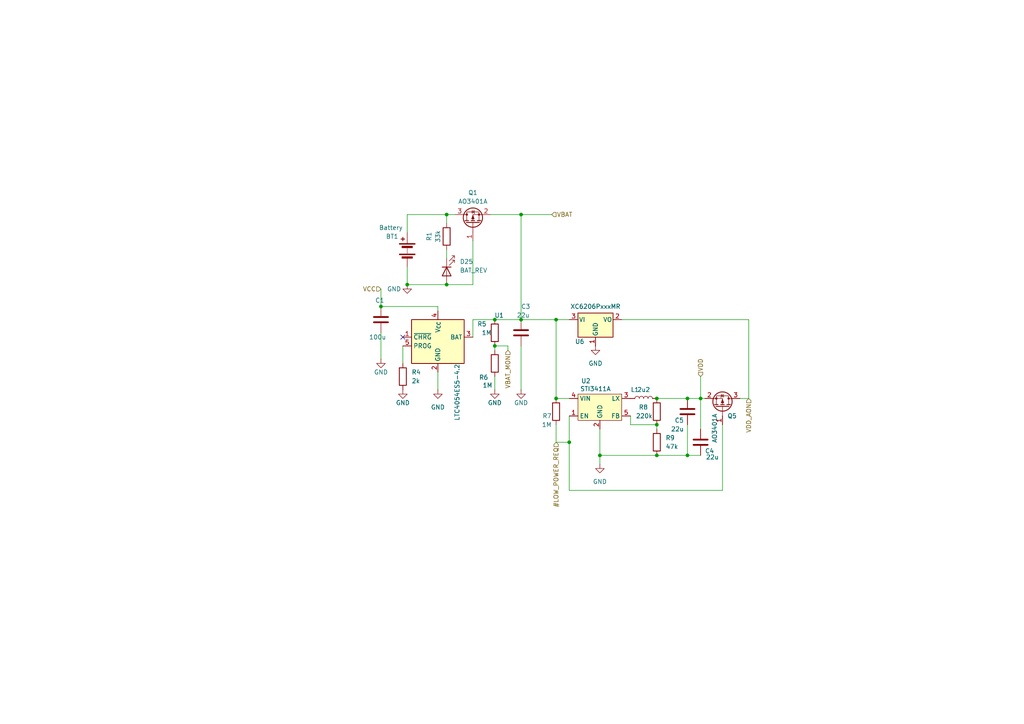
<source format=kicad_sch>
(kicad_sch (version 20231120) (generator "eeschema") (generator_version "8.0")
  (paper "A4")
  (title_block (title "Power systems"))
  (lib_symbols
    (symbol "Battery_Management:LTC4054ES5-4.2"
      (property "Reference" "U" (at -5.842 6.604 0))
      (property "Value" "LTC4054ES5-4.2" (at 1.524 6.604 0))
      (symbol "LTC4054ES5-4.2_0_1"
        (rectangle (start -7.62 5.08) (end 7.62 -7.62) (stroke (width 0.254)) (fill (type background)))
      )
      (symbol "LTC4054ES5-4.2_1_1"
        (pin open_collector line (at -10.16 0 0) (length 2.54) (name "~{CHRG}") (number "1"))
        (pin power_in line (at 0 -10.16 90) (length 2.54) (name "GND") (number "2"))
        (pin power_out line (at 10.16 0 180) (length 2.54) (name "BAT") (number "3"))
        (pin power_in line (at 0 7.62 270) (length 2.54) (name "V_{CC}") (number "4"))
        (pin bidirectional line (at -10.16 -2.54 0) (length 2.54) (name "PROG") (number "5"))
      )
    )
    (symbol "Device:Battery" (pin_numbers hide) (pin_names (offset 0) hide)
      (property "Reference" "BT" (at 2.54 2.54 0))
      (property "Value" "Battery" (at 2.54 0 0))
      (symbol "Battery_0_1"
        (rectangle (start -2.286 -1.27) (end 2.286 -1.524) (fill (type outline)))
        (rectangle (start -2.286 1.778) (end 2.286 1.524) (fill (type outline)))
        (rectangle (start -1.524 -2.032) (end 1.524 -2.54) (fill (type outline)))
        (rectangle (start -1.524 1.016) (end 1.524 0.508) (fill (type outline)))
        (polyline (pts (xy 0 -1.016) (xy 0 -0.762)))
        (polyline (pts (xy 0 -0.508) (xy 0 -0.254)))
        (polyline (pts (xy 0 0) (xy 0 0.254)))
        (polyline (pts (xy 0 1.778) (xy 0 2.54)))
        (polyline (pts (xy 0.762 3.048) (xy 1.778 3.048)) (stroke (width 0.254)))
        (polyline (pts (xy 1.27 3.556) (xy 1.27 2.54)) (stroke (width 0.254)))
      )
      (symbol "Battery_1_1"
        (pin passive line (at 0 5.08 270) (length 2.54) (name "+") (number "1"))
        (pin passive line (at 0 -5.08 90) (length 2.54) (name "-") (number "2"))
      )
    )
    (symbol "Device:C" (pin_numbers hide) (pin_names (offset 0.254))
      (property "Reference" "C" (at 0.635 2.54 0))
      (property "Value" "C" (at 0.635 -2.54 0))
      (symbol "C_0_1"
        (polyline (pts (xy -2.032 -0.762) (xy 2.032 -0.762)) (stroke (width 0.508)))
        (polyline (pts (xy -2.032 0.762) (xy 2.032 0.762)) (stroke (width 0.508)))
      )
      (symbol "C_1_1"
        (pin passive line (at 0 3.81 270) (length 2.794) (name "~") (number "1"))
        (pin passive line (at 0 -3.81 90) (length 2.794) (name "~") (number "2"))
      )
    )
    (symbol "Device:L" (pin_numbers hide) (pin_names (offset 1.016) hide)
      (property "Reference" "L" (at -1.27 0 90))
      (property "Value" "L" (at 1.905 0 90))
      (symbol "L_0_1"
        (arc (start 0 -2.54) (mid 0.6323 -1.905) (end 0 -1.27))
        (arc (start 0 -1.27) (mid 0.6323 -0.635) (end 0 0))
        (arc (start 0 0) (mid 0.6323 0.635) (end 0 1.27))
        (arc (start 0 1.27) (mid 0.6323 1.905) (end 0 2.54))
      )
      (symbol "L_1_1"
        (pin passive line (at 0 3.81 270) (length 1.27) (name "1") (number "1"))
        (pin passive line (at 0 -3.81 90) (length 1.27) (name "2") (number "2"))
      )
    )
    (symbol "Device:LED" (pin_numbers hide) (pin_names (offset 1.016) hide)
      (property "Reference" "D" (at 0 2.54 0))
      (property "Value" "LED" (at 0 -2.54 0))
      (symbol "LED_0_1"
        (polyline (pts (xy -1.27 -1.27) (xy -1.27 1.27)) (stroke (width 0.254)))
        (polyline (pts (xy -1.27 0) (xy 1.27 0)))
        (polyline (pts (xy 1.27 -1.27) (xy 1.27 1.27) (xy -1.27 0) (xy 1.27 -1.27)) (stroke (width 0.254)))
        (polyline (pts (xy -3.048 -0.762) (xy -4.572 -2.286) (xy -3.81 -2.286) (xy -4.572 -2.286) (xy -4.572 -1.524)))
        (polyline (pts (xy -1.778 -0.762) (xy -3.302 -2.286) (xy -2.54 -2.286) (xy -3.302 -2.286) (xy -3.302 -1.524)))
      )
      (symbol "LED_1_1"
        (pin passive line (at -3.81 0 0) (length 2.54) (name "K") (number "1"))
        (pin passive line (at 3.81 0 180) (length 2.54) (name "A") (number "2"))
      )
    )
    (symbol "Device:R" (pin_numbers hide) (pin_names (offset 0))
      (property "Reference" "R" (at 2.032 0 90))
      (property "Value" "R" (at 0 0 90))
      (symbol "R_0_1"
        (rectangle (start -1.016 -2.54) (end 1.016 2.54) (stroke (width 0.254)))
      )
      (symbol "R_1_1"
        (pin passive line (at 0 3.81 270) (length 1.27) (name "~") (number "1"))
        (pin passive line (at 0 -3.81 90) (length 1.27) (name "~") (number "2"))
      )
    )
    (symbol "Regulator_Linear:XC6206PxxxMR" (pin_names (offset 0.254))
      (property "Reference" "U" (at -3.81 3.175 0))
      (property "Value" "XC6206PxxxMR" (at 0 3.175 0))
      (symbol "XC6206PxxxMR_0_1"
        (rectangle (start -5.08 1.905) (end 5.08 -5.08) (stroke (width 0.254)) (fill (type background)))
      )
      (symbol "XC6206PxxxMR_1_1"
        (pin power_in line (at 0 -7.62 90) (length 2.54) (name "GND") (number "1"))
        (pin power_out line (at 7.62 0 180) (length 2.54) (name "VO") (number "2"))
        (pin power_in line (at -7.62 0 0) (length 2.54) (name "VI") (number "3"))
      )
    )
    (symbol "Transistor_FET:AO3401A" (pin_names hide)
      (property "Reference" "Q" (at 5.08 1.905 0))
      (property "Value" "AO3401A" (at 5.08 0 0))
      (symbol "AO3401A_0_1"
        (polyline (pts (xy 0.254 0) (xy -2.54 0)))
        (polyline (pts (xy 0.254 1.905) (xy 0.254 -1.905)) (stroke (width 0.254)))
        (polyline (pts (xy 0.762 -1.27) (xy 0.762 -2.286)) (stroke (width 0.254)))
        (polyline (pts (xy 0.762 0.508) (xy 0.762 -0.508)) (stroke (width 0.254)))
        (polyline (pts (xy 0.762 2.286) (xy 0.762 1.27)) (stroke (width 0.254)))
        (polyline (pts (xy 2.54 2.54) (xy 2.54 1.778)))
        (polyline (pts (xy 2.54 -2.54) (xy 2.54 0) (xy 0.762 0)))
        (polyline (pts (xy 0.762 1.778) (xy 3.302 1.778) (xy 3.302 -1.778) (xy 0.762 -1.778)))
        (polyline (pts (xy 2.286 0) (xy 1.27 0.381) (xy 1.27 -0.381) (xy 2.286 0)) (fill (type outline)))
        (polyline (pts (xy 2.794 -0.508) (xy 2.921 -0.381) (xy 3.683 -0.381) (xy 3.81 -0.254)))
        (polyline (pts (xy 3.302 -0.381) (xy 2.921 0.254) (xy 3.683 0.254) (xy 3.302 -0.381)))
        (circle (center 1.651 0) (radius 2.794) (stroke (width 0.254)))
        (circle (center 2.54 -1.778) (radius 0.254) (fill (type outline)))
        (circle (center 2.54 1.778) (radius 0.254) (fill (type outline)))
      )
      (symbol "AO3401A_1_1"
        (pin input line (at -5.08 0 0) (length 2.54) (name "G") (number "1"))
        (pin passive line (at 2.54 -5.08 90) (length 2.54) (name "S") (number "2"))
        (pin passive line (at 2.54 5.08 270) (length 2.54) (name "D") (number "3"))
      )
    )
    (symbol "custom:STI3411"
      (property "Reference" "U2" (at 2.286 3.81 0))
      (property "Value" "STI3411A" (at 5.08 1.524 0))
      (symbol "STI3411_1_1"
        (rectangle (start 0 0) (end 12.7 -7.62) (fill (type background)))
        (pin input line (at -2.54 -6.35 0) (length 2.54) (name "EN") (number "1"))
        (pin power_in line (at 6.35 -10.16 90) (length 2.54) (name "GND") (number "2"))
        (pin power_out line (at 15.24 -1.27 180) (length 2.54) (name "LX") (number "3"))
        (pin power_in line (at -2.54 -1.27 0) (length 2.54) (name "VIN") (number "4"))
        (pin input line (at 15.24 -6.35 180) (length 2.54) (name "FB") (number "5"))
      )
    )
    (symbol "power:GND" (power) (pin_numbers hide) (pin_names (offset 0) hide)
      (property "Value" "GND" (at 0 -3.81 0))
      (symbol "GND_0_1"
        (polyline (pts (xy 0 0) (xy 0 -1.27) (xy 1.27 -1.27) (xy 0 -2.54) (xy -1.27 -1.27) (xy 0 -1.27)))
      )
      (symbol "GND_1_1"
        (pin power_in line (at 0 0 270) (length 0) (name "~") (number "1"))
      )
    )
  )
  (junction (at 203.2 115.57))
  (junction (at 165.1 128.27))
  (junction (at 129.54 82.55))
  (junction (at 173.99 132.08))
  (junction (at 190.5 115.57))
  (junction (at 199.39 115.57))
  (junction (at 151.13 62.23))
  (junction (at 151.13 92.71))
  (junction (at 190.5 123.19))
  (junction (at 161.29 92.71))
  (junction (at 110.49 88.9))
  (junction (at 129.54 62.23))
  (junction (at 143.51 100.33))
  (junction (at 199.39 132.08))
  (junction (at 161.29 115.57))
  (junction (at 143.51 92.71))
  (junction (at 118.11 82.55))
  (junction (at 190.5 132.08))
  (no_connect (at 116.84 97.79))
  (wire (pts (xy 116.84 105.41) (xy 116.84 100.33)))
  (wire (pts (xy 182.88 120.65) (xy 182.88 123.19)))
  (wire (pts (xy 209.55 142.24) (xy 209.55 123.19)))
  (wire (pts (xy 129.54 62.23) (xy 118.11 62.23)))
  (wire (pts (xy 217.17 92.71) (xy 217.17 115.57)))
  (wire (pts (xy 173.99 132.08) (xy 190.5 132.08)))
  (wire (pts (xy 151.13 62.23) (xy 151.13 92.71)))
  (wire (pts (xy 110.49 83.82) (xy 110.49 88.9)))
  (wire (pts (xy 129.54 64.77) (xy 129.54 62.23)))
  (wire (pts (xy 190.5 123.19) (xy 190.5 124.46)))
  (wire (pts (xy 132.08 62.23) (xy 129.54 62.23)))
  (wire (pts (xy 190.5 132.08) (xy 199.39 132.08)))
  (wire (pts (xy 110.49 88.9) (xy 127 88.9)))
  (wire (pts (xy 203.2 115.57) (xy 203.2 124.46)))
  (wire (pts (xy 127 107.95) (xy 127 113.03)))
  (wire (pts (xy 173.99 124.46) (xy 173.99 132.08)))
  (wire (pts (xy 204.47 115.57) (xy 203.2 115.57)))
  (wire (pts (xy 165.1 128.27) (xy 165.1 120.65)))
  (wire (pts (xy 137.16 69.85) (xy 137.16 82.55)))
  (wire (pts (xy 161.29 92.71) (xy 165.1 92.71)))
  (wire (pts (xy 217.17 115.57) (xy 214.63 115.57)))
  (wire (pts (xy 143.51 109.22) (xy 143.51 113.03)))
  (wire (pts (xy 129.54 82.55) (xy 137.16 82.55)))
  (wire (pts (xy 151.13 62.23) (xy 160.02 62.23)))
  (wire (pts (xy 118.11 62.23) (xy 118.11 67.31)))
  (wire (pts (xy 147.32 100.33) (xy 147.32 101.6)))
  (wire (pts (xy 151.13 92.71) (xy 161.29 92.71)))
  (wire (pts (xy 161.29 92.71) (xy 161.29 115.57)))
  (wire (pts (xy 203.2 109.22) (xy 203.2 115.57)))
  (wire (pts (xy 190.5 115.57) (xy 199.39 115.57)))
  (wire (pts (xy 127 88.9) (xy 127 90.17)))
  (wire (pts (xy 161.29 128.27) (xy 161.29 123.19)))
  (wire (pts (xy 199.39 115.57) (xy 203.2 115.57)))
  (wire (pts (xy 143.51 92.71) (xy 151.13 92.71)))
  (wire (pts (xy 147.32 100.33) (xy 143.51 100.33)))
  (wire (pts (xy 137.16 92.71) (xy 143.51 92.71)))
  (wire (pts (xy 165.1 128.27) (xy 165.1 142.24)))
  (wire (pts (xy 161.29 115.57) (xy 165.1 115.57)))
  (wire (pts (xy 180.34 92.71) (xy 217.17 92.71)))
  (wire (pts (xy 137.16 92.71) (xy 137.16 97.79)))
  (wire (pts (xy 118.11 82.55) (xy 129.54 82.55)))
  (wire (pts (xy 118.11 77.47) (xy 118.11 82.55)))
  (wire (pts (xy 165.1 142.24) (xy 209.55 142.24)))
  (wire (pts (xy 129.54 72.39) (xy 129.54 74.93)))
  (wire (pts (xy 151.13 100.33) (xy 151.13 113.03)))
  (wire (pts (xy 199.39 132.08) (xy 203.2 132.08)))
  (wire (pts (xy 161.29 128.27) (xy 165.1 128.27)))
  (wire (pts (xy 182.88 123.19) (xy 190.5 123.19)))
  (wire (pts (xy 142.24 62.23) (xy 151.13 62.23)))
  (wire (pts (xy 173.99 134.62) (xy 173.99 132.08)))
  (wire (pts (xy 110.49 96.52) (xy 110.49 104.14)))
  (wire (pts (xy 199.39 123.19) (xy 199.39 132.08)))
  (wire (pts (xy 143.51 100.33) (xy 143.51 101.6)))
  (hierarchical_label "#LOW_POWER_REQ" (shape input) (at 161.29 128.27 270))
  (hierarchical_label "VDD_AON" (shape input) (at 217.17 115.57 270))
  (hierarchical_label "VBAT" (shape input) (at 160.02 62.23 0))
  (hierarchical_label "VCC" (shape input) (at 110.49 83.82 180))
  (hierarchical_label "VDD" (shape input) (at 203.2 109.22 90))
  (hierarchical_label "VBAT_MON" (shape input) (at 147.32 101.6 270))
  (symbol (lib_id "Battery_Management:LTC4054ES5-4.2") (at 127 97.79 0) (unit 1)
    (property "Reference" "U1" (at 144.78 91.4714 0))
    (property "Value" "LTC4054ES5-4.2" (at 132.588 113.792 90))
    (property "Footprint" "Package_TO_SOT_SMD:TSOT-23-5" (effects (hide yes)))
    (property "Datasheet" "https://www.analog.com/media/en/technical-documentation/data-sheets/405442xf.pdf" (effects (hide yes)))
    (property "Description" "Constant-current/constant-voltage linear charger for single cell lithium-ion batteries with 2.9V Trickle Charge, 4.5V to 6.5V VDD, -40 to +85 degree Celsius, TSOT-23-5" (effects (hide yes)))
  )
  (symbol (lib_id "Device:C") (at 199.39 119.38 0) (mirror y) (unit 1)
    (property "Reference" "C5" (at 198.374 121.92 0) (effects (justify left)))
    (property "Value" "22u" (at 198.374 124.46 0) (effects (justify left)))
    (property "Footprint" "Resistor_SMD:R_1210_3225Metric_Pad1.30x2.65mm_HandSolder" (effects (hide yes)))
    (property "Description" "Unpolarized capacitor" (effects (hide yes)))
  )
  (symbol (lib_id "Regulator_Linear:XC6206PxxxMR") (at 172.72 92.71 0) (unit 1)
    (property "Reference" "U6" (at 168.148 99.06 0))
    (property "Value" "XC6206PxxxMR" (at 172.72 88.9 0))
    (property "Footprint" "Package_TO_SOT_SMD:SOT-23-3" (effects (hide yes)))
    (property "Datasheet" "https://www.torexsemi.com/file/xc6206/XC6206.pdf" (effects (hide yes)))
    (property "Description" "Positive 60-250mA Low Dropout Regulator, Fixed Output, SOT-23" (effects (hide yes)))
  )
  (symbol (lib_id "Device:L") (at 186.69 115.57 90) (unit 1)
    (property "Reference" "L1" (at 184.15 113.03 90))
    (property "Value" "2u2" (at 186.69 113.03 90))
    (property "Footprint" "Inductor_SMD:L_Chilisin_BMRA00050530" (effects (hide yes)))
    (property "Description" "Inductor" (effects (hide yes)))
  )
  (symbol (lib_id "Device:R") (at 161.29 119.38 0) (mirror y) (unit 1)
    (property "Reference" "R7" (at 160.02 120.65 0) (effects (justify left)))
    (property "Value" "1M" (at 160.02 123.19 0) (effects (justify left)))
    (property "Footprint" "Resistor_SMD:R_0805_2012Metric_Pad1.20x1.40mm_HandSolder" (effects (hide yes)))
    (property "Description" "Resistor" (effects (hide yes)))
  )
  (symbol (lib_id "Device:R") (at 143.51 96.52 0) (unit 1)
    (property "Reference" "R5" (at 138.43 93.98 0) (effects (justify left)))
    (property "Value" "1M" (at 139.7 96.52 0) (effects (justify left)))
    (property "Footprint" "Resistor_SMD:R_0805_2012Metric_Pad1.20x1.40mm_HandSolder" (effects (hide yes)))
    (property "Description" "Resistor" (effects (hide yes)))
  )
  (symbol (lib_id "Device:R") (at 190.5 119.38 0) (mirror y) (unit 1)
    (property "Reference" "R8" (at 187.96 118.11 0) (effects (justify left)))
    (property "Value" "220k" (at 184.404 120.65 0) (effects (justify right)))
    (property "Footprint" "Resistor_SMD:R_0805_2012Metric_Pad1.20x1.40mm_HandSolder" (effects (hide yes)))
    (property "Description" "Resistor" (effects (hide yes)))
  )
  (symbol (lib_id "Device:C") (at 110.49 92.71 0) (mirror y) (unit 1)
    (property "Reference" "C1" (at 111.506 87.122 0) (effects (justify left)))
    (property "Value" "100u" (at 112.014 97.79 0) (effects (justify left)))
    (property "Footprint" "Capacitor_SMD:C_1210_3225Metric" (effects (hide yes)))
    (property "Description" "Unpolarized capacitor" (effects (hide yes)))
  )
  (symbol (lib_id "custom:STI3411") (at 167.64 114.3 0) (unit 1)
    (property "Reference" "U2" (at 169.926 110.49 0))
    (property "Value" "STI3411A" (at 172.72 112.776 0))
    (property "Footprint" "Package_TO_SOT_SMD:TSOT-23-5" (effects (hide yes)))
  )
  (symbol (lib_id "power:GND") (at 172.72 100.33 0) (unit 1)
    (property "Reference" "#PWR029" (effects (hide yes)))
    (property "Value" "GND" (at 172.72 105.41 0))
    (property "Description" "Power symbol creates a global label with name \"GND\" , ground" (effects (hide yes)))
  )
  (symbol (lib_id "Device:C") (at 203.2 128.27 0) (mirror y) (unit 1)
    (property "Reference" "C4" (at 204.47 130.81 0) (effects (justify right)))
    (property "Value" "22u" (at 204.724 132.588 0) (effects (justify right)))
    (property "Footprint" "Capacitor_SMD:C_0805_2012Metric_Pad1.18x1.45mm_HandSolder" (effects (hide yes)))
    (property "Description" "Unpolarized capacitor" (effects (hide yes)))
  )
  (symbol (lib_id "Device:R") (at 190.5 128.27 0) (unit 1)
    (property "Reference" "R9" (at 193.04 126.9999 0) (effects (justify left)))
    (property "Value" "47k" (at 193.04 129.5399 0) (effects (justify left)))
    (property "Footprint" "Resistor_SMD:R_0805_2012Metric_Pad1.20x1.40mm_HandSolder" (effects (hide yes)))
    (property "Description" "Resistor" (effects (hide yes)))
  )
  (symbol (lib_id "power:GND") (at 127 113.03 0) (unit 1)
    (property "Reference" "#PWR019" (effects (hide yes)))
    (property "Value" "GND" (at 127 118.11 0))
    (property "Description" "Power symbol creates a global label with name \"GND\" , ground" (effects (hide yes)))
  )
  (symbol (lib_id "power:GND") (at 173.99 134.62 0) (unit 1)
    (property "Reference" "#PWR030" (effects (hide yes)))
    (property "Value" "GND" (at 173.99 139.7 0))
    (property "Description" "Power symbol creates a global label with name \"GND\" , ground" (effects (hide yes)))
  )
  (symbol (lib_id "Device:Battery") (at 118.11 72.39 0) (mirror y) (unit 1)
    (property "Reference" "BT1" (at 115.57 68.58 0) (effects (justify left)))
    (property "Value" "Battery" (at 116.84 66.04 0) (effects (justify left)))
    (property "Footprint" "footprints:LiIon18650" (effects (hide yes)))
    (property "Description" "Multiple-cell battery" (effects (hide yes)))
  )
  (symbol (lib_id "Device:R") (at 129.54 68.58 0) (mirror y) (unit 1)
    (property "Reference" "R1" (at 124.46 68.58 90))
    (property "Value" "33k" (at 127 68.58 90))
    (property "Footprint" "Resistor_SMD:R_0805_2012Metric_Pad1.20x1.40mm_HandSolder" (effects (hide yes)))
    (property "Description" "Resistor" (effects (hide yes)))
  )
  (symbol (lib_id "Transistor_FET:AO3401A") (at 137.16 64.77 90) (unit 1)
    (property "Reference" "Q1" (at 137.16 55.88 90))
    (property "Value" "AO3401A" (at 137.16 58.42 90))
    (property "Footprint" "Package_TO_SOT_SMD:SOT-23" (effects (hide yes)))
    (property "Datasheet" "http://www.aosmd.com/pdfs/datasheet/AO3401A.pdf" (effects (hide yes)))
    (property "Description" "-4.0A Id, -30V Vds, P-Channel MOSFET, SOT-23" (effects (hide yes)))
  )
  (symbol (lib_id "power:GND") (at 116.84 113.03 0) (unit 1)
    (property "Reference" "#PWR05" (effects (hide yes)))
    (property "Value" "GND" (at 116.84 116.84 0))
    (property "Description" "Power symbol creates a global label with name \"GND\" , ground" (effects (hide yes)))
  )
  (symbol (lib_id "power:GND") (at 118.11 82.55 0) (mirror y) (unit 1)
    (property "Reference" "#PWR012" (effects (hide yes)))
    (property "Value" "GND" (at 114.3 83.82 0))
    (property "Description" "Power symbol creates a global label with name \"GND\" , ground" (effects (hide yes)))
  )
  (symbol (lib_id "power:GND") (at 151.13 113.03 0) (unit 1)
    (property "Reference" "#PWR024" (effects (hide yes)))
    (property "Value" "GND" (at 151.13 116.84 0))
    (property "Description" "Power symbol creates a global label with name \"GND\" , ground" (effects (hide yes)))
  )
  (symbol (lib_id "Device:R") (at 143.51 105.41 0) (unit 1)
    (property "Reference" "R6" (at 138.938 109.474 0) (effects (justify left)))
    (property "Value" "1M" (at 139.954 111.76 0) (effects (justify left)))
    (property "Footprint" "Resistor_SMD:R_0805_2012Metric_Pad1.20x1.40mm_HandSolder" (effects (hide yes)))
    (property "Description" "Resistor" (effects (hide yes)))
  )
  (symbol (lib_id "power:GND") (at 110.49 104.14 0) (unit 1)
    (property "Reference" "#PWR03" (effects (hide yes)))
    (property "Value" "GND" (at 110.49 107.95 0))
    (property "Description" "Power symbol creates a global label with name \"GND\" , ground" (effects (hide yes)))
  )
  (symbol (lib_id "Device:C") (at 151.13 96.52 0) (unit 1)
    (property "Reference" "C3" (at 151.13 88.9 0) (effects (justify left)))
    (property "Value" "22u" (at 149.86 91.44 0) (effects (justify left)))
    (property "Footprint" "Capacitor_SMD:C_1210_3225Metric_Pad1.33x2.70mm_HandSolder" (effects (hide yes)))
    (property "Description" "Unpolarized capacitor" (effects (hide yes)))
  )
  (symbol (lib_id "Device:LED") (at 129.54 78.74 90) (mirror x) (unit 1)
    (property "Reference" "D25" (at 133.35 75.8824 90) (effects (justify right)))
    (property "Value" "BAT_REV" (at 133.35 78.4224 90) (effects (justify right)))
    (property "Footprint" "Resistor_SMD:R_0805_2012Metric_Pad1.20x1.40mm_HandSolder" (effects (hide yes)))
    (property "Description" "Light emitting diode" (effects (hide yes)))
  )
  (symbol (lib_id "Device:R") (at 116.84 109.22 0) (unit 1)
    (property "Reference" "R4" (at 119.38 107.95 0) (effects (justify left)))
    (property "Value" "2k" (at 119.38 110.49 0) (effects (justify left)))
    (property "Footprint" "Resistor_SMD:R_0805_2012Metric_Pad1.20x1.40mm_HandSolder" (effects (hide yes)))
    (property "Description" "Resistor" (effects (hide yes)))
  )
  (symbol (lib_id "power:GND") (at 143.51 113.03 0) (unit 1)
    (property "Reference" "#PWR020" (effects (hide yes)))
    (property "Value" "GND" (at 143.51 116.84 0))
    (property "Description" "Power symbol creates a global label with name \"GND\" , ground" (effects (hide yes)))
  )
  (symbol (lib_id "Transistor_FET:AO3401A") (at 209.55 118.11 270) (mirror x) (unit 1)
    (property "Reference" "Q5" (at 212.344 120.65 90))
    (property "Value" "AO3401A" (at 207.264 124.206 0))
    (property "Footprint" "Package_TO_SOT_SMD:SOT-23" (effects (hide yes)))
    (property "Datasheet" "http://www.aosmd.com/pdfs/datasheet/AO3401A.pdf" (effects (hide yes)))
    (property "Description" "-4.0A Id, -30V Vds, P-Channel MOSFET, SOT-23" (effects (hide yes)))
  )
)
</source>
